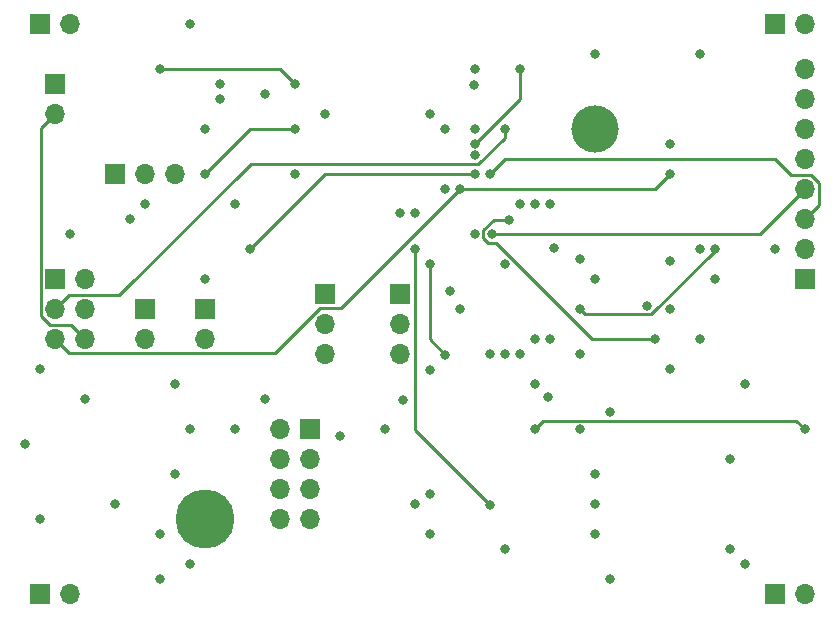
<source format=gbr>
G04 #@! TF.GenerationSoftware,KiCad,Pcbnew,(5.1.6)-1*
G04 #@! TF.CreationDate,2020-09-09T15:03:48-04:00*
G04 #@! TF.ProjectId,electronique_drone,656c6563-7472-46f6-9e69-7175655f6472,2*
G04 #@! TF.SameCoordinates,Original*
G04 #@! TF.FileFunction,Copper,L2,Inr*
G04 #@! TF.FilePolarity,Positive*
%FSLAX46Y46*%
G04 Gerber Fmt 4.6, Leading zero omitted, Abs format (unit mm)*
G04 Created by KiCad (PCBNEW (5.1.6)-1) date 2020-09-09 15:03:48*
%MOMM*%
%LPD*%
G01*
G04 APERTURE LIST*
G04 #@! TA.AperFunction,ViaPad*
%ADD10R,1.700000X1.700000*%
G04 #@! TD*
G04 #@! TA.AperFunction,ViaPad*
%ADD11O,1.700000X1.700000*%
G04 #@! TD*
G04 #@! TA.AperFunction,ViaPad*
%ADD12C,5.000000*%
G04 #@! TD*
G04 #@! TA.AperFunction,ViaPad*
%ADD13C,4.000000*%
G04 #@! TD*
G04 #@! TA.AperFunction,ViaPad*
%ADD14C,0.800000*%
G04 #@! TD*
G04 #@! TA.AperFunction,Conductor*
%ADD15C,0.250000*%
G04 #@! TD*
G04 APERTURE END LIST*
D10*
X49530000Y-58420000D03*
D11*
X49530000Y-60960000D03*
D10*
X49530000Y-74930000D03*
D11*
X52070000Y-74930000D03*
X49530000Y-77470000D03*
X52070000Y-77470000D03*
X49530000Y-80010000D03*
X52070000Y-80010000D03*
D10*
X54610000Y-66040000D03*
D11*
X57150000Y-66040000D03*
X59690000Y-66040000D03*
D10*
X72390000Y-76200000D03*
D11*
X72390000Y-78740000D03*
X72390000Y-81280000D03*
X78740000Y-81280000D03*
X78740000Y-78740000D03*
D10*
X78740000Y-76200000D03*
D11*
X57150000Y-80010000D03*
D10*
X57150000Y-77470000D03*
X62230000Y-77470000D03*
D11*
X62230000Y-80010000D03*
X50800000Y-53340000D03*
D10*
X48260000Y-53340000D03*
X110490000Y-53340000D03*
D11*
X113030000Y-53340000D03*
X50800000Y-101600000D03*
D10*
X48260000Y-101600000D03*
X110490000Y-101600000D03*
D11*
X113030000Y-101600000D03*
D10*
X113030000Y-74930000D03*
D11*
X113030000Y-72390000D03*
X113030000Y-69850000D03*
X113030000Y-67310000D03*
X113030000Y-64770000D03*
X113030000Y-62230000D03*
X113030000Y-59690000D03*
X113030000Y-57150000D03*
D10*
X71120000Y-87630000D03*
D11*
X68580000Y-87630000D03*
X71120000Y-90170000D03*
X68580000Y-90170000D03*
X71120000Y-92710000D03*
X68580000Y-92710000D03*
X71120000Y-95250000D03*
X68580000Y-95250000D03*
D12*
X62250000Y-95229000D03*
D13*
X95250000Y-62230000D03*
D14*
X62230000Y-62230000D03*
X72390000Y-60960000D03*
X69850000Y-66040016D03*
X67310000Y-85090000D03*
X96520000Y-86179999D03*
X95250000Y-91440000D03*
X107950000Y-83820000D03*
X106680000Y-90170000D03*
X110490000Y-72390000D03*
X104140000Y-72390000D03*
X63500000Y-59690000D03*
X63500000Y-58420000D03*
X87630000Y-73660000D03*
X95250000Y-74930000D03*
X101600001Y-73405097D03*
X105410000Y-74930000D03*
X85090000Y-66040000D03*
X85090000Y-64445000D03*
X62230000Y-74930000D03*
X66040000Y-72390000D03*
X77470000Y-87630000D03*
X59690000Y-83820000D03*
X85090000Y-71120000D03*
X83820000Y-67310000D03*
X101600000Y-66040000D03*
X58420000Y-57150000D03*
X69850000Y-58420000D03*
X81270769Y-93102500D03*
X58420000Y-96520000D03*
X104140000Y-55880000D03*
X113030000Y-87630000D03*
X90170000Y-87630000D03*
X58420000Y-100330000D03*
X81280000Y-96520000D03*
X60960000Y-99060000D03*
X96520000Y-100330000D03*
X99695842Y-77160000D03*
X101600000Y-63500000D03*
X101600000Y-77470000D03*
X95250000Y-55880000D03*
X87630000Y-62230000D03*
X91440000Y-80010000D03*
X91440000Y-68580000D03*
X83820000Y-77470000D03*
X83015000Y-75946770D03*
X90170000Y-80010000D03*
X93980000Y-73260000D03*
X78982500Y-85133903D03*
X48260000Y-82550000D03*
X60960000Y-53340000D03*
X95250000Y-93980000D03*
X73660000Y-88174990D03*
X69850000Y-62230000D03*
X62230000Y-66040000D03*
X67310000Y-59290000D03*
X91816174Y-72247664D03*
X86360000Y-66040000D03*
X86540001Y-71120000D03*
X59690000Y-91440000D03*
X54610000Y-93980000D03*
X64770000Y-87630014D03*
X60960000Y-87630000D03*
X52070000Y-85090000D03*
X48260000Y-95250000D03*
X81323903Y-82593903D03*
X80010000Y-69285000D03*
X86360000Y-94070000D03*
X80010000Y-72390000D03*
X78740000Y-69285000D03*
X82550000Y-67310000D03*
X87630000Y-97790000D03*
X82593903Y-81323903D03*
X81280000Y-73660000D03*
X81280000Y-60960000D03*
X101600000Y-82550000D03*
X104140000Y-80010000D03*
X85052347Y-58457653D03*
X95250000Y-96520000D03*
X87630000Y-81280000D03*
X82550000Y-62230000D03*
X93980000Y-87630000D03*
X106680002Y-97790000D03*
X91333995Y-84903096D03*
X93980000Y-81280000D03*
X93980000Y-77470000D03*
X105410000Y-72390000D03*
X88900000Y-57150000D03*
X85090000Y-63444997D03*
X107950000Y-99060000D03*
X86360000Y-81280000D03*
X85090000Y-62230000D03*
X80010000Y-93980000D03*
X85090000Y-57150000D03*
X64770000Y-68580000D03*
X46990000Y-88900000D03*
X50800000Y-71120000D03*
X57150000Y-68580000D03*
X55880000Y-69850000D03*
X90170000Y-83820000D03*
X90170000Y-68580000D03*
X88900000Y-81280000D03*
X88900000Y-68580000D03*
X100330000Y-80010000D03*
X87961194Y-69887493D03*
D15*
X48354999Y-78034001D02*
X48354999Y-62135001D01*
X48354999Y-62135001D02*
X49530000Y-60960000D01*
X49155997Y-78834999D02*
X48354999Y-78034001D01*
X50894999Y-78834999D02*
X49155997Y-78834999D01*
X52070000Y-80010000D02*
X50894999Y-78834999D01*
X72390000Y-66040000D02*
X85090000Y-66040000D01*
X66040000Y-72390000D02*
X72390000Y-66040000D01*
X50705001Y-81185001D02*
X68205997Y-81185001D01*
X49530000Y-80010000D02*
X50705001Y-81185001D01*
X68205997Y-81185001D02*
X72015997Y-77375001D01*
X73754999Y-77375001D02*
X83820000Y-67310000D01*
X72015997Y-77375001D02*
X73754999Y-77375001D01*
X100330000Y-67310000D02*
X83820000Y-67310000D01*
X101600000Y-66040000D02*
X100330000Y-67310000D01*
X58420000Y-57150000D02*
X68580000Y-57150000D01*
X68580000Y-57150000D02*
X69850000Y-58420000D01*
X90895001Y-86904999D02*
X90170000Y-87630000D01*
X113030000Y-87630000D02*
X112304999Y-86904999D01*
X112304999Y-86904999D02*
X90895001Y-86904999D01*
X49530000Y-77470000D02*
X50705001Y-76294999D01*
X50705001Y-76294999D02*
X54984003Y-76294999D01*
X85400736Y-65170001D02*
X87630000Y-62940737D01*
X87630000Y-62940737D02*
X87630000Y-62230000D01*
X66109001Y-65170001D02*
X85400736Y-65170001D01*
X54984003Y-76294999D02*
X66109001Y-65170001D01*
X69850000Y-62230000D02*
X66040000Y-62230000D01*
X66040000Y-62230000D02*
X62230000Y-66040000D01*
X86360000Y-66040000D02*
X87630000Y-64770000D01*
X87630000Y-64770000D02*
X110490000Y-64770000D01*
X114205001Y-68674999D02*
X113030000Y-69850000D01*
X114205001Y-66745999D02*
X114205001Y-68674999D01*
X113594001Y-66134999D02*
X114205001Y-66745999D01*
X111854999Y-66134999D02*
X113594001Y-66134999D01*
X110490000Y-64770000D02*
X111854999Y-66134999D01*
X109220000Y-71120000D02*
X113030000Y-67310000D01*
X86540001Y-71120000D02*
X109220000Y-71120000D01*
X86360000Y-94070000D02*
X80010000Y-87720000D01*
X80010000Y-87720000D02*
X80010000Y-72390000D01*
X82593903Y-81323903D02*
X81280000Y-80010000D01*
X81280000Y-80010000D02*
X81280000Y-73660000D01*
X105410000Y-72518844D02*
X105410000Y-72390000D01*
X100043843Y-77885001D02*
X105410000Y-72518844D01*
X93980000Y-77470000D02*
X94395001Y-77885001D01*
X94395001Y-77885001D02*
X100043843Y-77885001D01*
X88900000Y-57150000D02*
X88900000Y-59634997D01*
X88900000Y-59634997D02*
X85090000Y-63444997D01*
X85815000Y-70771999D02*
X86699506Y-69887493D01*
X86699506Y-69887493D02*
X87961194Y-69887493D01*
X85815000Y-71468001D02*
X85815000Y-70771999D01*
X95053001Y-80010000D02*
X86888002Y-71845001D01*
X86888002Y-71845001D02*
X86192000Y-71845001D01*
X100330000Y-80010000D02*
X95053001Y-80010000D01*
X86192000Y-71845001D02*
X85815000Y-71468001D01*
M02*

</source>
